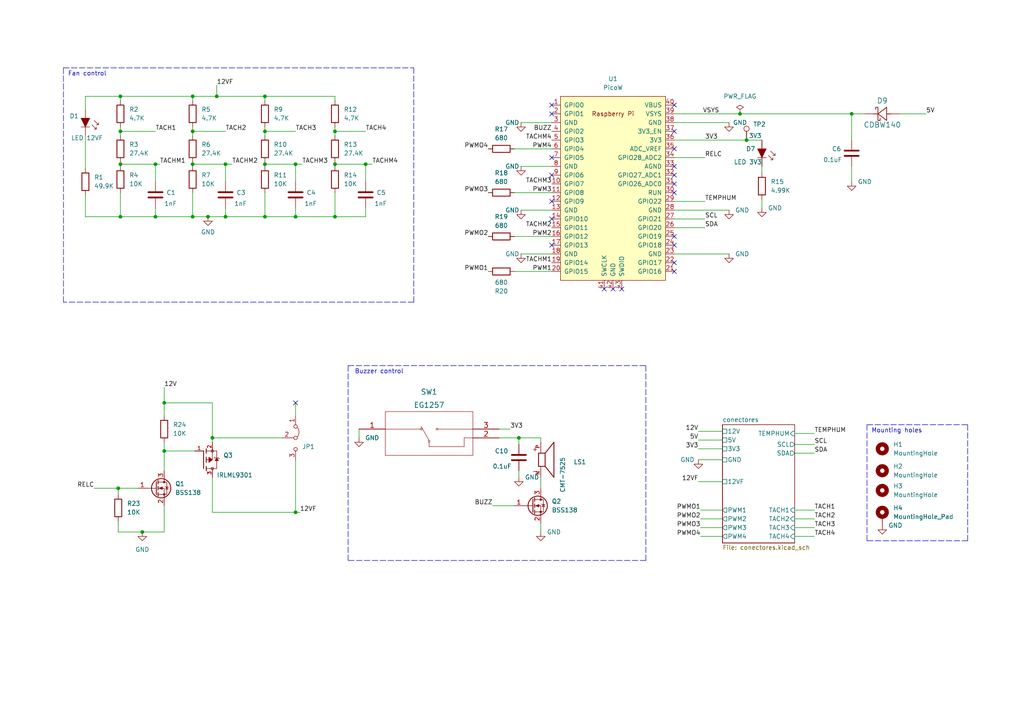
<source format=kicad_sch>
(kicad_sch (version 20211123) (generator eeschema)
  (paper "A4")
  (lib_symbols
    (symbol "CDBW140-G:CDBW140-G" (pin_numbers hide) (pin_names (offset 1.651) hide)
      (property "Reference" "U" (at 5.08 5.08 0))
      (property "Value" "CDBW140-G" (at 5.08 -7.62 0))
      (symbol "CDBW140-G_1_1"
        (polyline (pts (xy 3.175 1.905) (xy 3.175 1.27)) (stroke (width 0.2032)))
        (polyline (pts (xy 3.175 1.905) (xy 3.81 1.905)) (stroke (width 0.2032)))
        (polyline (pts (xy 3.81 0) (xy 2.54 0)) (stroke (width 0.2032)))
        (polyline (pts (xy 3.81 0) (xy 6.35 -1.905)) (stroke (width 0.2032)))
        (polyline (pts (xy 3.81 1.905) (xy 3.81 -1.905)) (stroke (width 0.2032)))
        (polyline (pts (xy 4.445 -1.905) (xy 3.81 -1.905)) (stroke (width 0.2032)))
        (polyline (pts (xy 4.445 -1.905) (xy 4.445 -1.27)) (stroke (width 0.2032)))
        (polyline (pts (xy 6.35 -1.905) (xy 6.35 1.905)) (stroke (width 0.2032)))
        (polyline (pts (xy 6.35 1.905) (xy 3.81 0)) (stroke (width 0.2032)))
        (polyline (pts (xy 6.985 0) (xy 6.35 0)) (stroke (width 0.2032)))
        (polyline (pts (xy 7.62 0) (xy 6.6802 0)) (stroke (width 0.2032)))
        (pin unspecified line (at 0 0 0) (length 2.54) (name "1") (number "1"))
        (pin unspecified line (at 10.16 0 180) (length 2.54) (name "2") (number "2"))
      )
    )
    (symbol "CMT-7525-80-SMT-TR:CMT-7525-80-SMT-TR" (pin_names (offset 1.016))
      (property "Reference" "LS" (at -3.81 8.89 0))
      (property "Value" "CMT-7525-80-SMT-TR" (at -3.81 -10.16 0))
      (symbol "CMT-7525-80-SMT-TR_0_0"
        (polyline (pts (xy -0.635 -1.905) (xy 0 -1.905)) (stroke (width 0.254)))
        (polyline (pts (xy -0.635 1.905) (xy -0.635 -1.905)) (stroke (width 0.254)))
        (polyline (pts (xy -0.635 1.905) (xy 0 1.905)) (stroke (width 0.254)))
        (polyline (pts (xy 0 -2.54) (xy 0 -1.905)) (stroke (width 0.1524)))
        (polyline (pts (xy 0 -1.905) (xy 1.27 -1.905)) (stroke (width 0.254)))
        (polyline (pts (xy 0 1.905) (xy 1.27 1.905)) (stroke (width 0.254)))
        (polyline (pts (xy 0 2.54) (xy 0 1.905)) (stroke (width 0.1524)))
        (polyline (pts (xy 1.27 -1.905) (xy 1.27 1.905)) (stroke (width 0.254)))
        (polyline (pts (xy 1.27 -1.905) (xy 3.81 -5.08)) (stroke (width 0.254)))
        (polyline (pts (xy 1.27 1.905) (xy 3.81 5.08)) (stroke (width 0.254)))
        (polyline (pts (xy 3.81 -5.08) (xy 3.81 5.08)) (stroke (width 0.254)))
        (text "+" (at -2.54 3.81 0) (effects (font (size 1.27 1.27)) (justify left top)))
        (text "-" (at -2.54 -2.54 0) (effects (font (size 1.27 1.27)) (justify left top)))
        (pin passive line (at 0 -5.08 90) (length 2.54) (name "~") (number "N"))
        (pin passive line (at 0 5.08 270) (length 2.54) (name "~") (number "P"))
      )
    )
    (symbol "Connector:TestPoint" (pin_numbers hide) (pin_names (offset 0.762) hide)
      (property "Reference" "TP" (at 0 6.858 0))
      (property "Value" "TestPoint" (at 0 5.08 0))
      (symbol "TestPoint_0_1"
        (circle (center 0 3.302) (radius 0.762))
      )
      (symbol "TestPoint_1_1"
        (pin passive line (at 0 0 90) (length 2.54) (name "1") (number "1"))
      )
    )
    (symbol "Device:C" (pin_numbers hide) (pin_names (offset 0.254))
      (property "Reference" "C" (at 0.635 2.54 0))
      (property "Value" "C" (at 0.635 -2.54 0))
      (symbol "C_0_1"
        (polyline (pts (xy -2.032 -0.762) (xy 2.032 -0.762)) (stroke (width 0.508)))
        (polyline (pts (xy -2.032 0.762) (xy 2.032 0.762)) (stroke (width 0.508)))
      )
      (symbol "C_1_1"
        (pin passive line (at 0 3.81 270) (length 2.794) (name "~") (number "1"))
        (pin passive line (at 0 -3.81 90) (length 2.794) (name "~") (number "2"))
      )
    )
    (symbol "Device:R" (pin_numbers hide) (pin_names (offset 0))
      (property "Reference" "R" (at 2.032 0 90))
      (property "Value" "R" (at 0 0 90))
      (symbol "R_0_1"
        (rectangle (start -1.016 -2.54) (end 1.016 2.54) (stroke (width 0.254)))
      )
      (symbol "R_1_1"
        (pin passive line (at 0 3.81 270) (length 1.27) (name "~") (number "1"))
        (pin passive line (at 0 -3.81 90) (length 1.27) (name "~") (number "2"))
      )
    )
    (symbol "EG1257:EG1257" (pin_names (offset 0.254) hide)
      (property "Reference" "SW" (at 20.32 10.16 0))
      (property "Value" "EG1257" (at 20.32 7.62 0))
      (symbol "EG1257_1_1"
        (polyline (pts (xy 7.62 -7.62) (xy 33.02 -7.62)) (stroke (width 0.127)))
        (polyline (pts (xy 7.62 0) (xy 17.78 0)) (stroke (width 0.127)))
        (polyline (pts (xy 7.62 5.08) (xy 7.62 -7.62)) (stroke (width 0.127)))
        (polyline (pts (xy 20.32 -5.08) (xy 20.32 -3.81)) (stroke (width 0.127)))
        (polyline (pts (xy 20.32 -3.302) (xy 18.034 0.762)) (stroke (width 0.127)))
        (polyline (pts (xy 22.86 0) (xy 33.02 0)) (stroke (width 0.127)))
        (polyline (pts (xy 30.48 -5.08) (xy 20.32 -5.08)) (stroke (width 0.127)))
        (polyline (pts (xy 30.48 -2.54) (xy 30.48 -5.08)) (stroke (width 0.127)))
        (polyline (pts (xy 33.02 -7.62) (xy 33.02 5.08)) (stroke (width 0.127)))
        (polyline (pts (xy 33.02 -2.54) (xy 30.48 -2.54)) (stroke (width 0.127)))
        (polyline (pts (xy 33.02 5.08) (xy 7.62 5.08)) (stroke (width 0.127)))
        (circle (center 18.034 0) (radius 0.254) (stroke (width 0.127)))
        (arc (start 18.288 0) (mid 17.78 0) (end 18.288 0) (stroke (width 0.127)))
        (arc (start 20.32 -3.81) (mid 20.32 -3.302) (end 20.32 -3.81) (stroke (width 0.127)))
        (circle (center 20.32 -3.556) (radius 0.254) (stroke (width 0.127)))
        (circle (center 22.606 0) (radius 0.254) (stroke (width 0.127)))
        (arc (start 22.86 0) (mid 22.352 0) (end 22.86 0) (stroke (width 0.127)))
        (pin unspecified line (at 0 0 0) (length 7.62) (name "1") (number "1"))
        (pin unspecified line (at 40.64 -2.54 180) (length 7.62) (name "2") (number "2"))
        (pin unspecified line (at 40.64 0 180) (length 7.62) (name "3") (number "3"))
      )
    )
    (symbol "IRLML9301TRPBF:IRLML9301TRPBF" (pin_names (offset 1.016))
      (property "Reference" "Q" (at -8.89 3.81 0))
      (property "Value" "IRLML9301TRPBF" (at -8.89 -6.35 0))
      (symbol "IRLML9301TRPBF_0_0"
        (polyline (pts (xy 0 -2.54) (xy 0 2.54)) (stroke (width 0.254)))
        (polyline (pts (xy 0.762 -3.175) (xy 0.762 -2.54)) (stroke (width 0.254)))
        (polyline (pts (xy 0.762 -2.54) (xy 0.762 -1.905)) (stroke (width 0.254)))
        (polyline (pts (xy 0.762 -2.54) (xy 3.81 -2.54)) (stroke (width 0.1524)))
        (polyline (pts (xy 0.762 -0.762) (xy 0.762 0)) (stroke (width 0.254)))
        (polyline (pts (xy 0.762 0) (xy 0.762 0.762)) (stroke (width 0.254)))
        (polyline (pts (xy 0.762 0) (xy 2.54 0)) (stroke (width 0.1524)))
        (polyline (pts (xy 0.762 1.905) (xy 0.762 2.54)) (stroke (width 0.254)))
        (polyline (pts (xy 0.762 2.54) (xy 0.762 3.175)) (stroke (width 0.254)))
        (polyline (pts (xy 2.54 0) (xy 2.54 2.54)) (stroke (width 0.1524)))
        (polyline (pts (xy 2.54 2.54) (xy 0.762 2.54)) (stroke (width 0.1524)))
        (polyline (pts (xy 2.54 2.54) (xy 3.81 2.54)) (stroke (width 0.1524)))
        (polyline (pts (xy 3.048 0.762) (xy 3.302 0.508)) (stroke (width 0.1524)))
        (polyline (pts (xy 3.302 0.508) (xy 3.81 0.508)) (stroke (width 0.1524)))
        (polyline (pts (xy 3.81 -2.54) (xy 3.81 0.508)) (stroke (width 0.1524)))
        (polyline (pts (xy 3.81 0.508) (xy 3.81 2.54)) (stroke (width 0.1524)))
        (polyline (pts (xy 3.81 0.508) (xy 4.318 0.508)) (stroke (width 0.1524)))
        (polyline (pts (xy 4.318 0.508) (xy 4.572 0.254)) (stroke (width 0.1524)))
        (polyline (pts (xy 2.54 0) (xy 1.524 0.762) (xy 1.524 -0.762) (xy 2.54 0)) (stroke (width 0.1524)) (fill (type outline)))
        (polyline (pts (xy 3.81 0.508) (xy 4.318 -0.254) (xy 3.302 -0.254) (xy 3.81 0.508)) (stroke (width 0.1524)) (fill (type outline)))
        (circle (center 2.54 -2.54) (radius 0.3592))
        (circle (center 2.54 2.54) (radius 0.3592))
        (pin passive line (at -2.54 2.54 0) (length 2.54) (name "~") (number "1"))
        (pin passive line (at 2.54 5.08 270) (length 2.54) (name "~") (number "2"))
        (pin passive line (at 2.54 -5.08 90) (length 2.54) (name "~") (number "3"))
      )
    )
    (symbol "Jumper:Jumper_3_Bridged12" (pin_names (offset 0) hide)
      (property "Reference" "JP" (at -2.54 -2.54 0))
      (property "Value" "Jumper_3_Bridged12" (at 0 2.794 0))
      (symbol "Jumper_3_Bridged12_0_0"
        (circle (center -3.302 0) (radius 0.508))
        (circle (center 0 0) (radius 0.508))
        (circle (center 3.302 0) (radius 0.508))
      )
      (symbol "Jumper_3_Bridged12_0_1"
        (arc (start -0.254 0.508) (mid -1.651 0.9912) (end -3.048 0.508))
        (polyline (pts (xy 0 -1.27) (xy 0 -0.508)))
      )
      (symbol "Jumper_3_Bridged12_1_1"
        (pin passive line (at -6.35 0 0) (length 2.54) (name "A") (number "1"))
        (pin passive line (at 0 -3.81 90) (length 2.54) (name "C") (number "2"))
        (pin passive line (at 6.35 0 180) (length 2.54) (name "B") (number "3"))
      )
    )
    (symbol "LG_R971-KN-1_1" (pin_numbers hide) (pin_names (offset 0))
      (property "Reference" "D" (at -5.08 3.81 0))
      (property "Value" "LG_R971-KN-1_1" (at -1.27 -3.81 0))
      (symbol "LG_R971-KN-1_1_0_1"
        (polyline (pts (xy -0.635 3.81) (xy -1.905 2.54)))
        (polyline (pts (xy 0 1.27) (xy 0 -1.27)))
        (polyline (pts (xy 0.635 3.175) (xy -0.635 1.905)))
        (polyline (pts (xy -1.27 3.81) (xy -0.635 3.81) (xy -0.635 3.175)))
        (polyline (pts (xy 0 3.175) (xy 0.635 3.175) (xy 0.635 2.54)))
        (polyline (pts (xy -2.54 1.27) (xy -2.54 -1.27) (xy 0 0) (xy -2.54 1.27)) (fill (type outline)))
      )
      (symbol "LG_R971-KN-1_1_1_1"
        (pin passive line (at -5.08 0 0) (length 2.54) (name "~") (number "1"))
        (pin passive line (at 2.54 0 180) (length 2.54) (name "~") (number "2"))
      )
    )
    (symbol "Mechanical:MountingHole" (pin_names (offset 1.016))
      (property "Reference" "H" (at 0 5.08 0))
      (property "Value" "MountingHole" (at 0 3.175 0))
      (symbol "MountingHole_0_1"
        (circle (center 0 0) (radius 1.27) (stroke (width 1.27)))
      )
    )
    (symbol "Mechanical:MountingHole_Pad" (pin_numbers hide) (pin_names (offset 1.016) hide)
      (property "Reference" "H" (at 0 6.35 0))
      (property "Value" "MountingHole_Pad" (at 0 4.445 0))
      (symbol "MountingHole_Pad_0_1"
        (circle (center 0 1.27) (radius 1.27) (stroke (width 1.27)))
      )
      (symbol "MountingHole_Pad_1_1"
        (pin input line (at 0 -2.54 90) (length 2.54) (name "1") (number "1"))
      )
    )
    (symbol "RPi_Pico:PicoW" (pin_names (offset 1.016))
      (property "Reference" "U1" (at 0 31.75 0))
      (property "Value" "PicoW" (at 0 29.21 0))
      (symbol "PicoW_0_0"
        (text "Raspberry Pi" (at 0 21.59 0) (effects (font (size 1.27 1.27))))
      )
      (symbol "PicoW_0_1"
        (rectangle (start -15.24 26.67) (end 15.24 -26.67) (fill (type background)))
      )
      (symbol "PicoW_1_1"
        (pin bidirectional line (at -17.78 24.13 0) (length 2.54) (name "GPIO0") (number "1"))
        (pin bidirectional line (at -17.78 1.27 0) (length 2.54) (name "GPIO7") (number "10"))
        (pin bidirectional line (at -17.78 -1.27 0) (length 2.54) (name "GPIO8") (number "11"))
        (pin bidirectional line (at -17.78 -3.81 0) (length 2.54) (name "GPIO9") (number "12"))
        (pin power_in line (at -17.78 -6.35 0) (length 2.54) (name "GND") (number "13"))
        (pin bidirectional line (at -17.78 -8.89 0) (length 2.54) (name "GPIO10") (number "14"))
        (pin bidirectional line (at -17.78 -11.43 0) (length 2.54) (name "GPIO11") (number "15"))
        (pin bidirectional line (at -17.78 -13.97 0) (length 2.54) (name "GPIO12") (number "16"))
        (pin bidirectional line (at -17.78 -16.51 0) (length 2.54) (name "GPIO13") (number "17"))
        (pin power_in line (at -17.78 -19.05 0) (length 2.54) (name "GND") (number "18"))
        (pin bidirectional line (at -17.78 -21.59 0) (length 2.54) (name "GPIO14") (number "19"))
        (pin bidirectional line (at -17.78 21.59 0) (length 2.54) (name "GPIO1") (number "2"))
        (pin bidirectional line (at -17.78 -24.13 0) (length 2.54) (name "GPIO15") (number "20"))
        (pin bidirectional line (at 17.78 -24.13 180) (length 2.54) (name "GPIO16") (number "21"))
        (pin bidirectional line (at 17.78 -21.59 180) (length 2.54) (name "GPIO17") (number "22"))
        (pin power_in line (at 17.78 -19.05 180) (length 2.54) (name "GND") (number "23"))
        (pin bidirectional line (at 17.78 -16.51 180) (length 2.54) (name "GPIO18") (number "24"))
        (pin bidirectional line (at 17.78 -13.97 180) (length 2.54) (name "GPIO19") (number "25"))
        (pin bidirectional line (at 17.78 -11.43 180) (length 2.54) (name "GPIO20") (number "26"))
        (pin bidirectional line (at 17.78 -8.89 180) (length 2.54) (name "GPIO21") (number "27"))
        (pin power_in line (at 17.78 -6.35 180) (length 2.54) (name "GND") (number "28"))
        (pin bidirectional line (at 17.78 -3.81 180) (length 2.54) (name "GPIO22") (number "29"))
        (pin power_in line (at -17.78 19.05 0) (length 2.54) (name "GND") (number "3"))
        (pin input line (at 17.78 -1.27 180) (length 2.54) (name "RUN") (number "30"))
        (pin bidirectional line (at 17.78 1.27 180) (length 2.54) (name "GPIO26_ADC0") (number "31"))
        (pin bidirectional line (at 17.78 3.81 180) (length 2.54) (name "GPIO27_ADC1") (number "32"))
        (pin power_in line (at 17.78 6.35 180) (length 2.54) (name "AGND") (number "33"))
        (pin bidirectional line (at 17.78 8.89 180) (length 2.54) (name "GPIO28_ADC2") (number "34"))
        (pin unspecified line (at 17.78 11.43 180) (length 2.54) (name "ADC_VREF") (number "35"))
        (pin power_out line (at 17.78 13.97 180) (length 2.54) (name "3V3") (number "36"))
        (pin input line (at 17.78 16.51 180) (length 2.54) (name "3V3_EN") (number "37"))
        (pin power_in line (at 17.78 19.05 180) (length 2.54) (name "GND") (number "38"))
        (pin power_in line (at 17.78 21.59 180) (length 2.54) (name "VSYS") (number "39"))
        (pin bidirectional line (at -17.78 16.51 0) (length 2.54) (name "GPIO2") (number "4"))
        (pin unspecified line (at 17.78 24.13 180) (length 2.54) (name "VBUS") (number "40"))
        (pin input line (at -2.54 -29.21 90) (length 2.54) (name "SWCLK") (number "41"))
        (pin power_in line (at 0 -29.21 90) (length 2.54) (name "GND") (number "42"))
        (pin bidirectional line (at 2.54 -29.21 90) (length 2.54) (name "SWDIO") (number "43"))
        (pin bidirectional line (at -17.78 13.97 0) (length 2.54) (name "GPIO3") (number "5"))
        (pin bidirectional line (at -17.78 11.43 0) (length 2.54) (name "GPIO4") (number "6"))
        (pin bidirectional line (at -17.78 8.89 0) (length 2.54) (name "GPIO5") (number "7"))
        (pin power_in line (at -17.78 6.35 0) (length 2.54) (name "GND") (number "8"))
        (pin bidirectional line (at -17.78 3.81 0) (length 2.54) (name "GPIO6") (number "9"))
      )
    )
    (symbol "Transistor_FET:BSS138" (pin_names hide)
      (property "Reference" "Q" (at 5.08 1.905 0))
      (property "Value" "BSS138" (at 5.08 0 0))
      (symbol "BSS138_0_1"
        (polyline (pts (xy 0.254 0) (xy -2.54 0)))
        (polyline (pts (xy 0.254 1.905) (xy 0.254 -1.905)) (stroke (width 0.254)))
        (polyline (pts (xy 0.762 -1.27) (xy 0.762 -2.286)) (stroke (width 0.254)))
        (polyline (pts (xy 0.762 0.508) (xy 0.762 -0.508)) (stroke (width 0.254)))
        (polyline (pts (xy 0.762 2.286) (xy 0.762 1.27)) (stroke (width 0.254)))
        (polyline (pts (xy 2.54 2.54) (xy 2.54 1.778)))
        (polyline (pts (xy 2.54 -2.54) (xy 2.54 0) (xy 0.762 0)))
        (polyline (pts (xy 0.762 -1.778) (xy 3.302 -1.778) (xy 3.302 1.778) (xy 0.762 1.778)))
        (polyline (pts (xy 1.016 0) (xy 2.032 0.381) (xy 2.032 -0.381) (xy 1.016 0)) (fill (type outline)))
        (polyline (pts (xy 2.794 0.508) (xy 2.921 0.381) (xy 3.683 0.381) (xy 3.81 0.254)))
        (polyline (pts (xy 3.302 0.381) (xy 2.921 -0.254) (xy 3.683 -0.254) (xy 3.302 0.381)))
        (circle (center 1.651 0) (radius 2.794) (stroke (width 0.254)))
        (circle (center 2.54 -1.778) (radius 0.254) (fill (type outline)))
        (circle (center 2.54 1.778) (radius 0.254) (fill (type outline)))
      )
      (symbol "BSS138_1_1"
        (pin input line (at -5.08 0 0) (length 2.54) (name "G") (number "1"))
        (pin passive line (at 2.54 -5.08 90) (length 2.54) (name "S") (number "2"))
        (pin passive line (at 2.54 5.08 270) (length 2.54) (name "D") (number "3"))
      )
    )
    (symbol "dk_LED-Indication-Discrete:LG_R971-KN-1" (pin_numbers hide) (pin_names (offset 0))
      (property "Reference" "D" (at -5.08 3.81 0))
      (property "Value" "LG_R971-KN-1" (at -1.27 -3.81 0))
      (symbol "LG_R971-KN-1_0_1"
        (polyline (pts (xy -0.635 3.81) (xy -1.905 2.54)))
        (polyline (pts (xy 0 1.27) (xy 0 -1.27)))
        (polyline (pts (xy 0.635 3.175) (xy -0.635 1.905)))
        (polyline (pts (xy -1.27 3.81) (xy -0.635 3.81) (xy -0.635 3.175)))
        (polyline (pts (xy 0 3.175) (xy 0.635 3.175) (xy 0.635 2.54)))
        (polyline (pts (xy -2.54 1.27) (xy -2.54 -1.27) (xy 0 0) (xy -2.54 1.27)) (fill (type outline)))
      )
      (symbol "LG_R971-KN-1_1_1"
        (pin passive line (at -5.08 0 0) (length 2.54) (name "~") (number "1"))
        (pin passive line (at 2.54 0 180) (length 2.54) (name "~") (number "2"))
      )
    )
    (symbol "power:GND" (power) (pin_names (offset 0))
      (property "Value" "GND" (at 0 -3.81 0))
      (symbol "GND_0_1"
        (polyline (pts (xy 0 0) (xy 0 -1.27) (xy 1.27 -1.27) (xy 0 -2.54) (xy -1.27 -1.27) (xy 0 -1.27)))
      )
      (symbol "GND_1_1"
        (pin power_in line (at 0 0 270) (length 0) hide (name "GND") (number "1"))
      )
    )
    (symbol "power:PWR_FLAG" (power) (pin_numbers hide) (pin_names (offset 0) hide)
      (property "Value" "PWR_FLAG" (at 0 3.81 0))
      (symbol "PWR_FLAG_0_0"
        (pin power_out line (at 0 0 90) (length 0) (name "pwr") (number "1"))
      )
      (symbol "PWR_FLAG_0_1"
        (polyline (pts (xy 0 0) (xy 0 1.27) (xy -1.016 1.905) (xy 0 2.54) (xy 1.016 1.905) (xy 0 1.27)))
      )
    )
  )
  (junction (at 41.275 154.305))
  (junction (at 61.595 127))
  (junction (at 97.155 62.865))
  (junction (at 247.015 33.02))
  (junction (at 47.625 116.84))
  (junction (at 45.085 62.865))
  (junction (at 34.29 141.605))
  (junction (at 62.865 27.94))
  (junction (at 34.925 27.94))
  (junction (at 55.88 38.1))
  (junction (at 85.725 148.59))
  (junction (at 34.925 38.1))
  (junction (at 55.88 27.94))
  (junction (at 214.63 33.02))
  (junction (at 76.835 62.865))
  (junction (at 34.925 47.625))
  (junction (at 60.325 62.865))
  (junction (at 65.405 47.625))
  (junction (at 76.835 27.94))
  (junction (at 106.045 47.625))
  (junction (at 65.405 62.865))
  (junction (at 76.835 38.1))
  (junction (at 34.925 62.865))
  (junction (at 150.495 127))
  (junction (at 55.88 62.865))
  (junction (at 45.085 47.625))
  (junction (at 47.625 130.81))
  (junction (at 85.725 47.625))
  (junction (at 76.835 47.625))
  (junction (at 97.155 47.625))
  (junction (at 55.88 47.625))
  (junction (at 97.155 38.1))
  (junction (at 85.725 62.865))
  (junction (at 216.535 40.64))
  (no_connect (at 195.58 68.58))
  (no_connect (at 195.58 71.12))
  (no_connect (at 195.58 76.2))
  (no_connect (at 195.58 78.74))
  (no_connect (at 195.58 55.88))
  (no_connect (at 195.58 53.34))
  (no_connect (at 195.58 50.8))
  (no_connect (at 195.58 48.26))
  (no_connect (at 195.58 38.1))
  (no_connect (at 195.58 30.48))
  (no_connect (at 195.58 43.18))
  (no_connect (at 180.34 83.82))
  (no_connect (at 175.26 83.82))
  (no_connect (at 177.8 83.82))
  (no_connect (at 85.725 116.84))
  (no_connect (at 160.02 63.5))
  (no_connect (at 160.02 58.42))
  (no_connect (at 160.02 45.72))
  (no_connect (at 160.02 50.8))
  (no_connect (at 160.02 71.12))
  (no_connect (at 160.02 30.48))
  (no_connect (at 160.02 33.02))
  (polyline (pts (xy 280.67 156.845) (xy 251.46 156.845)))
  (wire (pts (xy 204.47 58.42) (xy 195.58 58.42)))
  (wire (pts (xy 151.13 35.56) (xy 160.02 35.56)))
  (polyline (pts (xy 18.415 19.685) (xy 120.015 19.685)))
  (polyline (pts (xy 100.965 106.045) (xy 187.325 106.045)))
  (wire (pts (xy 220.98 48.26) (xy 220.98 50.165)))
  (wire (pts (xy 45.085 62.865) (xy 55.88 62.865)))
  (wire (pts (xy 195.58 45.72) (xy 204.47 45.72)))
  (wire (pts (xy 34.29 154.305) (xy 41.275 154.305)))
  (wire (pts (xy 149.225 68.58) (xy 160.02 68.58)))
  (wire (pts (xy 24.765 39.37) (xy 24.765 48.895)))
  (wire (pts (xy 34.925 62.865) (xy 45.085 62.865)))
  (polyline (pts (xy 187.325 162.56) (xy 100.965 162.56)))
  (wire (pts (xy 230.505 153.035) (xy 236.22 153.035)))
  (wire (pts (xy 55.88 62.865) (xy 60.325 62.865)))
  (wire (pts (xy 230.505 131.445) (xy 236.22 131.445)))
  (wire (pts (xy 149.225 78.74) (xy 160.02 78.74)))
  (wire (pts (xy 47.625 130.81) (xy 47.625 136.525)))
  (wire (pts (xy 34.925 27.94) (xy 34.925 29.21)))
  (wire (pts (xy 34.925 47.625) (xy 34.925 48.26)))
  (wire (pts (xy 97.155 27.94) (xy 76.835 27.94)))
  (wire (pts (xy 151.13 73.66) (xy 160.02 73.66)))
  (wire (pts (xy 85.725 116.84) (xy 85.725 120.65)))
  (wire (pts (xy 65.405 62.865) (xy 76.835 62.865)))
  (wire (pts (xy 203.2 155.575) (xy 209.55 155.575)))
  (wire (pts (xy 230.505 147.955) (xy 236.22 147.955)))
  (wire (pts (xy 55.88 27.94) (xy 55.88 29.21)))
  (wire (pts (xy 55.88 47.625) (xy 55.88 48.26)))
  (wire (pts (xy 97.155 38.1) (xy 106.045 38.1)))
  (wire (pts (xy 55.88 27.94) (xy 62.865 27.94)))
  (wire (pts (xy 230.505 125.73) (xy 236.22 125.73)))
  (wire (pts (xy 47.625 112.395) (xy 47.625 116.84)))
  (wire (pts (xy 27.305 141.605) (xy 34.29 141.605)))
  (wire (pts (xy 202.565 125.095) (xy 209.55 125.095)))
  (wire (pts (xy 202.565 127.635) (xy 209.55 127.635)))
  (wire (pts (xy 76.835 47.625) (xy 85.725 47.625)))
  (wire (pts (xy 34.29 141.605) (xy 40.005 141.605)))
  (wire (pts (xy 55.88 55.88) (xy 55.88 62.865)))
  (wire (pts (xy 24.765 31.75) (xy 24.765 27.94)))
  (wire (pts (xy 61.595 127) (xy 81.915 127)))
  (wire (pts (xy 230.505 128.905) (xy 236.22 128.905)))
  (wire (pts (xy 211.455 35.56) (xy 195.58 35.56)))
  (wire (pts (xy 34.925 38.1) (xy 45.085 38.1)))
  (wire (pts (xy 260.985 33.02) (xy 268.605 33.02)))
  (wire (pts (xy 150.495 127) (xy 150.495 128.905)))
  (wire (pts (xy 97.155 62.865) (xy 106.045 62.865)))
  (wire (pts (xy 55.88 38.1) (xy 55.88 39.37)))
  (wire (pts (xy 195.58 33.02) (xy 214.63 33.02)))
  (polyline (pts (xy 18.415 19.685) (xy 18.415 87.63)))
  (wire (pts (xy 45.085 47.625) (xy 45.085 52.705)))
  (wire (pts (xy 61.595 138.43) (xy 61.595 148.59)))
  (wire (pts (xy 104.14 124.46) (xy 104.14 127)))
  (wire (pts (xy 34.29 151.13) (xy 34.29 154.305)))
  (wire (pts (xy 34.29 141.605) (xy 34.29 143.51)))
  (wire (pts (xy 62.865 24.765) (xy 62.865 27.94)))
  (wire (pts (xy 97.155 38.1) (xy 97.155 39.37)))
  (wire (pts (xy 106.045 47.625) (xy 107.95 47.625)))
  (wire (pts (xy 76.835 55.88) (xy 76.835 62.865)))
  (wire (pts (xy 106.045 47.625) (xy 106.045 52.705)))
  (polyline (pts (xy 251.46 123.19) (xy 251.46 156.845)))
  (wire (pts (xy 250.825 33.02) (xy 247.015 33.02)))
  (wire (pts (xy 47.625 128.27) (xy 47.625 130.81)))
  (polyline (pts (xy 251.46 123.19) (xy 280.67 123.19)))
  (wire (pts (xy 65.405 60.325) (xy 65.405 62.865)))
  (wire (pts (xy 147.955 124.46) (xy 144.78 124.46)))
  (wire (pts (xy 203.2 147.955) (xy 209.55 147.955)))
  (wire (pts (xy 24.765 56.515) (xy 24.765 62.865)))
  (wire (pts (xy 62.865 27.94) (xy 76.835 27.94)))
  (wire (pts (xy 247.015 33.02) (xy 247.015 40.64)))
  (wire (pts (xy 247.015 48.26) (xy 247.015 52.705)))
  (wire (pts (xy 55.88 36.83) (xy 55.88 38.1)))
  (wire (pts (xy 97.155 47.625) (xy 97.155 48.26)))
  (wire (pts (xy 24.765 27.94) (xy 34.925 27.94)))
  (wire (pts (xy 216.535 40.64) (xy 220.98 40.64)))
  (wire (pts (xy 195.58 40.64) (xy 216.535 40.64)))
  (wire (pts (xy 61.595 127) (xy 61.595 128.27)))
  (wire (pts (xy 34.925 38.1) (xy 34.925 39.37)))
  (polyline (pts (xy 187.325 106.045) (xy 187.325 162.56)))
  (wire (pts (xy 47.625 116.84) (xy 61.595 116.84)))
  (wire (pts (xy 106.045 60.325) (xy 106.045 62.865)))
  (wire (pts (xy 41.275 154.305) (xy 47.625 154.305)))
  (wire (pts (xy 230.505 150.495) (xy 236.22 150.495)))
  (wire (pts (xy 142.875 146.685) (xy 149.225 146.685)))
  (wire (pts (xy 214.63 33.02) (xy 247.015 33.02)))
  (wire (pts (xy 76.835 46.99) (xy 76.835 47.625)))
  (wire (pts (xy 156.845 138.43) (xy 156.845 141.605)))
  (wire (pts (xy 47.625 146.685) (xy 47.625 154.305)))
  (polyline (pts (xy 120.015 87.63) (xy 18.415 87.63)))
  (wire (pts (xy 61.595 116.84) (xy 61.595 127)))
  (wire (pts (xy 150.495 127) (xy 144.78 127)))
  (wire (pts (xy 156.845 127) (xy 150.495 127)))
  (wire (pts (xy 97.155 29.21) (xy 97.155 27.94)))
  (wire (pts (xy 85.725 148.59) (xy 86.995 148.59)))
  (wire (pts (xy 45.085 60.325) (xy 45.085 62.865)))
  (wire (pts (xy 65.405 47.625) (xy 67.31 47.625)))
  (wire (pts (xy 34.925 46.99) (xy 34.925 47.625)))
  (wire (pts (xy 34.925 27.94) (xy 55.88 27.94)))
  (wire (pts (xy 97.155 36.83) (xy 97.155 38.1)))
  (wire (pts (xy 85.725 47.625) (xy 87.63 47.625)))
  (wire (pts (xy 76.835 62.865) (xy 85.725 62.865)))
  (wire (pts (xy 34.925 47.625) (xy 45.085 47.625)))
  (wire (pts (xy 203.2 150.495) (xy 209.55 150.495)))
  (wire (pts (xy 97.155 46.99) (xy 97.155 47.625)))
  (wire (pts (xy 211.455 73.66) (xy 195.58 73.66)))
  (wire (pts (xy 156.845 128.27) (xy 156.845 127)))
  (wire (pts (xy 47.625 130.81) (xy 56.515 130.81)))
  (wire (pts (xy 76.835 36.83) (xy 76.835 38.1)))
  (wire (pts (xy 76.835 38.1) (xy 85.725 38.1)))
  (wire (pts (xy 97.155 55.88) (xy 97.155 62.865)))
  (wire (pts (xy 45.085 47.625) (xy 46.355 47.625)))
  (wire (pts (xy 76.835 27.94) (xy 76.835 29.21)))
  (wire (pts (xy 149.225 55.88) (xy 160.02 55.88)))
  (wire (pts (xy 85.725 133.35) (xy 85.725 148.59)))
  (wire (pts (xy 55.88 46.99) (xy 55.88 47.625)))
  (wire (pts (xy 150.495 138.43) (xy 150.495 136.525)))
  (wire (pts (xy 204.47 66.04) (xy 195.58 66.04)))
  (wire (pts (xy 149.225 43.18) (xy 160.02 43.18)))
  (wire (pts (xy 202.565 133.35) (xy 209.55 133.35)))
  (polyline (pts (xy 100.965 106.045) (xy 100.965 162.56)))
  (wire (pts (xy 204.47 63.5) (xy 195.58 63.5)))
  (wire (pts (xy 202.565 130.175) (xy 209.55 130.175)))
  (wire (pts (xy 202.565 139.7) (xy 209.55 139.7)))
  (wire (pts (xy 76.835 38.1) (xy 76.835 39.37)))
  (wire (pts (xy 47.625 116.84) (xy 47.625 120.65)))
  (wire (pts (xy 97.155 47.625) (xy 106.045 47.625)))
  (wire (pts (xy 151.13 48.26) (xy 160.02 48.26)))
  (wire (pts (xy 151.13 60.96) (xy 160.02 60.96)))
  (wire (pts (xy 34.925 36.83) (xy 34.925 38.1)))
  (wire (pts (xy 34.925 55.88) (xy 34.925 62.865)))
  (wire (pts (xy 60.325 62.865) (xy 65.405 62.865)))
  (wire (pts (xy 65.405 47.625) (xy 65.405 52.705)))
  (polyline (pts (xy 280.67 123.19) (xy 280.67 156.845)))
  (wire (pts (xy 76.835 47.625) (xy 76.835 48.26)))
  (wire (pts (xy 220.98 57.785) (xy 220.98 60.325)))
  (wire (pts (xy 85.725 47.625) (xy 85.725 52.705)))
  (wire (pts (xy 61.595 148.59) (xy 85.725 148.59)))
  (wire (pts (xy 55.88 47.625) (xy 65.405 47.625)))
  (wire (pts (xy 85.725 60.325) (xy 85.725 62.865)))
  (wire (pts (xy 211.455 60.96) (xy 195.58 60.96)))
  (wire (pts (xy 203.2 153.035) (xy 209.55 153.035)))
  (polyline (pts (xy 120.015 19.685) (xy 120.015 87.63)))
  (wire (pts (xy 24.765 62.865) (xy 34.925 62.865)))
  (wire (pts (xy 156.845 151.765) (xy 156.845 154.305)))
  (wire (pts (xy 55.88 38.1) (xy 65.405 38.1)))
  (wire (pts (xy 85.725 62.865) (xy 97.155 62.865)))
  (wire (pts (xy 230.505 155.575) (xy 236.22 155.575)))
  (text "Mounting holes" (at 252.73 125.73 0) (effects (font (size 1.27 1.27)) (justify left bottom)))
  (text "Fan control" (at 19.685 22.225 0) (effects (font (size 1.27 1.27)) (justify left bottom)))
  (text "Buzzer control" (at 102.87 108.585 0) (effects (font (size 1.27 1.27)) (justify left bottom)))
  (label "3V3" (at 147.955 124.46 0))
  (label "12VF" (at 62.865 24.765 0))
  (label "TACHM2" (at 160.02 66.04 180))
  (label "PWM4" (at 160.02 43.18 180))
  (label "PWMO4" (at 203.2 155.575 180))
  (label "TACHM1" (at 46.355 47.625 0))
  (label "TACH1" (at 236.22 147.955 0))
  (label "BUZZ" (at 160.02 38.1 180))
  (label "PWM3" (at 160.02 55.88 180))
  (label "PWMO1" (at 203.2 147.955 180))
  (label "12VF" (at 202.565 139.7 180))
  (label "RELC" (at 204.47 45.72 0))
  (label "12V" (at 47.625 112.395 0))
  (label "5V" (at 202.565 127.635 180))
  (label "TEMPHUM" (at 204.47 58.42 0))
  (label "PWMO3" (at 203.2 153.035 180))
  (label "SDA" (at 236.22 131.445 0))
  (label "SDA" (at 204.47 66.04 0))
  (label "PWM2" (at 160.02 68.58 180))
  (label "12V" (at 202.565 125.095 180))
  (label "TACHM3" (at 160.02 53.34 180))
  (label "12VF" (at 86.995 148.59 0))
  (label "BUZZ" (at 142.875 146.685 180))
  (label "VSYS" (at 203.835 33.02 0))
  (label "TACH4" (at 236.22 155.575 0))
  (label "TACH1" (at 45.085 38.1 0))
  (label "TACHM2" (at 67.31 47.625 0))
  (label "TACHM1" (at 160.02 76.2 180))
  (label "PWMO3" (at 141.605 55.88 180))
  (label "PWMO2" (at 203.2 150.495 180))
  (label "PWMO1" (at 141.605 78.74 180))
  (label "PWM1" (at 160.02 78.74 180))
  (label "TACHM3" (at 87.63 47.625 0))
  (label "TACH2" (at 236.22 150.495 0))
  (label "TACH3" (at 236.22 153.035 0))
  (label "5V" (at 268.605 33.02 0))
  (label "TACHM4" (at 107.95 47.625 0))
  (label "TACHM4" (at 160.02 40.64 180))
  (label "SCL" (at 236.22 128.905 0))
  (label "3V3" (at 202.565 130.175 180))
  (label "TACH2" (at 65.405 38.1 0))
  (label "TACH3" (at 85.725 38.1 0))
  (label "SCL" (at 204.47 63.5 0))
  (label "TACH4" (at 106.045 38.1 0))
  (label "PWMO2" (at 141.605 68.58 180))
  (label "PWMO4" (at 141.605 43.18 180))
  (label "RELC" (at 27.305 141.605 180))
  (label "TEMPHUM" (at 236.22 125.73 0))
  (label "3V3" (at 204.47 40.64 0))
  (symbol (lib_name "LG_R971-KN-1_1") (lib_id "dk_LED-Indication-Discrete:LG_R971-KN-1") (at 220.98 45.72 270) (unit 1)
    (property "Reference" "D7" (at 219.075 43.18 90) (effects (justify right)))
    (property "Value" "LED 3V3" (at 220.98 46.99 90) (effects (justify right)))
    (property "Footprint" "digikey-footprints:0805" (effects hide))
    (property "Datasheet" "https://dammedia.osram.info/media/resource/hires/osram-dam-2493936/LG%20R971.pdf" (effects hide))
    (property "Digi-Key_PN" "475-1410-1-ND" (effects hide))
    (property "MPN" "LG R971-KN-1" (effects hide))
    (property "Category" "Optoelectronics" (effects hide))
    (property "Family" "LED Indication - Discrete" (effects hide))
    (property "DK_Datasheet_Link" "https://dammedia.osram.info/media/resource/hires/osram-dam-2493936/LG%20R971.pdf" (effects hide))
    (property "DK_Detail_Page" "/product-detail/en/osram-opto-semiconductors-inc/LG-R971-KN-1/475-1410-1-ND/1802598" (effects hide))
    (property "Description" "LED GREEN DIFFUSED 0805 SMD" (effects hide))
    (property "Manufacturer" "OSRAM Opto Semiconductors Inc." (effects hide))
    (property "Status" "Active" (effects hide))
  )
  (symbol (lib_id "power:GND") (at 151.13 73.66 0) (unit 1)
    (property "Reference" "#PWR0106" (effects hide))
    (property "Value" "GND" (at 148.59 73.66 0))
  )
  (symbol (lib_id "Device:R") (at 145.415 55.88 90) (unit 1)
    (property "Reference" "R18" (at 145.415 50.165 90))
    (property "Value" "680" (at 145.415 52.705 90))
    (property "Footprint" "Resistor_SMD:R_1206_3216Metric_Pad1.30x1.75mm_HandSolder" (effects hide))
  )
  (symbol (lib_id "IRLML9301TRPBF:IRLML9301TRPBF") (at 59.055 133.35 0) (unit 1)
    (property "Reference" "Q3" (at 64.77 132.0799 0) (effects (justify left)))
    (property "Value" "IRLML9301" (at 62.865 137.795 0) (effects (justify left)))
    (property "Footprint" "footprints descargados:IRLML9301TRPBF.SOT95P237X112-3N" (effects hide))
    (property "MF" "Infineon Technologies" (effects hide))
    (property "PACKAGE" "SOT-23 Infineon" (effects hide))
    (property "STANDARD" "IPC-7351B" (effects hide))
    (property "PRICE" "None" (effects hide))
    (property "AVAILABILITY" "Unavailable" (effects hide))
    (property "DESCRIPTION" "30V Single P-Channel HEXFET Power MOSFET" (effects hide))
    (property "MP" "IRLML9301TRPBF" (effects hide))
  )
  (symbol (lib_id "Device:C") (at 247.015 44.45 0) (unit 1)
    (property "Reference" "C6" (at 241.3 43.18 0) (effects (justify left)))
    (property "Value" "0.1uF" (at 238.76 46.355 0) (effects (justify left)))
    (property "Footprint" "Capacitor_SMD:C_1206_3216Metric_Pad1.33x1.80mm_HandSolder" (effects hide))
  )
  (symbol (lib_id "power:GND") (at 156.845 154.305 0) (unit 1)
    (property "Reference" "#PWR06" (effects hide))
    (property "Value" "GND" (at 160.655 154.305 0))
  )
  (symbol (lib_id "Device:R") (at 76.835 52.07 0) (unit 1)
    (property "Reference" "R11" (at 79.375 50.7999 0) (effects (justify left)))
    (property "Value" "10K" (at 79.375 53.3399 0) (effects (justify left)))
    (property "Footprint" "Resistor_SMD:R_1206_3216Metric_Pad1.30x1.75mm_HandSolder" (effects hide))
  )
  (symbol (lib_id "Device:R") (at 97.155 33.02 0) (unit 1)
    (property "Reference" "R12" (at 99.695 31.7499 0) (effects (justify left)))
    (property "Value" "4.7K" (at 99.695 34.2899 0) (effects (justify left)))
    (property "Footprint" "Resistor_SMD:R_1206_3216Metric_Pad1.30x1.75mm_HandSolder" (effects hide))
  )
  (symbol (lib_id "Device:R") (at 34.925 43.18 0) (unit 1)
    (property "Reference" "R3" (at 37.465 41.9099 0) (effects (justify left)))
    (property "Value" "27.4K" (at 37.465 44.4499 0) (effects (justify left)))
    (property "Footprint" "Resistor_SMD:R_1206_3216Metric_Pad1.30x1.75mm_HandSolder" (effects hide))
  )
  (symbol (lib_id "power:GND") (at 151.13 35.56 0) (unit 1)
    (property "Reference" "#PWR0104" (effects hide))
    (property "Value" "GND" (at 148.59 35.56 0))
  )
  (symbol (lib_id "Device:R") (at 145.415 78.74 270) (unit 1)
    (property "Reference" "R20" (at 145.415 84.455 90))
    (property "Value" "680" (at 145.415 81.915 90))
    (property "Footprint" "Resistor_SMD:R_1206_3216Metric_Pad1.30x1.75mm_HandSolder" (effects hide))
  )
  (symbol (lib_id "Transistor_FET:BSS138") (at 45.085 141.605 0) (unit 1)
    (property "Reference" "Q1" (at 50.8 140.3349 0) (effects (justify left)))
    (property "Value" "BSS138" (at 50.8 142.8749 0) (effects (justify left)))
    (property "Footprint" "Package_TO_SOT_SMD:SOT-23" (effects hide))
    (property "Datasheet" "https://www.onsemi.com/pub/Collateral/BSS138-D.PDF" (effects hide))
  )
  (symbol (lib_id "power:GND") (at 211.455 60.96 0) (unit 1)
    (property "Reference" "#PWR0108" (effects hide))
    (property "Value" "GND" (at 215.265 60.96 0))
  )
  (symbol (lib_id "Jumper:Jumper_3_Bridged12") (at 85.725 127 270) (unit 1)
    (property "Reference" "JP1" (at 87.63 129.54 90) (effects (justify left)))
    (property "Value" "Jumper_3_Bridged12" (effects hide))
    (property "Footprint" "Connector_PinHeader_2.54mm:PinHeader_1x03_P2.54mm_Vertical" (effects hide))
  )
  (symbol (lib_id "power:GND") (at 220.98 60.325 0) (unit 1)
    (property "Reference" "#PWR0112" (effects hide))
    (property "Value" "GND" (at 224.79 60.325 0))
  )
  (symbol (lib_id "CMT-7525-80-SMT-TR:CMT-7525-80-SMT-TR") (at 156.845 133.35 0) (unit 1)
    (property "Reference" "LS1" (at 166.37 133.985 0) (effects (justify left)))
    (property "Value" "CMT-7525" (at 163.195 142.875 90) (effects (justify left)))
    (property "Footprint" "footprints descargados:XDCR_CMT-7525-80-SMT-TR" (effects hide))
    (property "MANUFACTURER" "CUI Inc." (effects hide))
    (property "PARTREV" "N/A" (effects hide))
    (property "STANDARD" "Manufacturer Recommendations" (effects hide))
    (property "MAXIMUM_PACKAGE_HEIGHT" "2.50mm" (effects hide))
    (property "Componente" "CMT-7525-80-SMT-TR" (effects hide))
  )
  (symbol (lib_id "power:GND") (at 60.325 62.865 0) (unit 1)
    (property "Reference" "#PWR04" (effects hide))
    (property "Value" "GND" (at 60.325 67.31 0))
  )
  (symbol (lib_id "Device:R") (at 97.155 52.07 0) (unit 1)
    (property "Reference" "R14" (at 99.695 50.7999 0) (effects (justify left)))
    (property "Value" "10K" (at 99.695 53.3399 0) (effects (justify left)))
    (property "Footprint" "Resistor_SMD:R_1206_3216Metric_Pad1.30x1.75mm_HandSolder" (effects hide))
  )
  (symbol (lib_id "Device:R") (at 145.415 43.18 90) (unit 1)
    (property "Reference" "R17" (at 145.415 37.465 90))
    (property "Value" "680" (at 145.415 40.005 90))
    (property "Footprint" "Resistor_SMD:R_1206_3216Metric_Pad1.30x1.75mm_HandSolder" (effects hide))
  )
  (symbol (lib_id "Device:C") (at 45.085 56.515 0) (unit 1)
    (property "Reference" "C1" (at 48.26 55.88 0) (effects (justify left)))
    (property "Value" "1nF" (at 47.625 59.055 0) (effects (justify left)))
    (property "Footprint" "Capacitor_SMD:C_1206_3216Metric_Pad1.33x1.80mm_HandSolder" (effects hide))
  )
  (symbol (lib_id "power:GND") (at 247.015 52.705 0) (unit 1)
    (property "Reference" "#PWR02" (effects hide))
    (property "Value" "GND" (at 250.825 52.705 0))
  )
  (symbol (lib_id "Device:C") (at 85.725 56.515 0) (unit 1)
    (property "Reference" "C4" (at 88.9 55.88 0) (effects (justify left)))
    (property "Value" "1nF" (at 88.265 59.055 0) (effects (justify left)))
    (property "Footprint" "Capacitor_SMD:C_1206_3216Metric_Pad1.33x1.80mm_HandSolder" (effects hide))
  )
  (symbol (lib_id "EG1257:EG1257") (at 104.14 124.46 0) (unit 1)
    (property "Reference" "SW1" (at 124.46 113.665 0) (effects (font (size 1.524 1.524))))
    (property "Value" "EG1257" (at 124.46 117.475 0) (effects (font (size 1.524 1.524))))
    (property "Footprint" "footprints descargados:EG1257" (effects hide))
  )
  (symbol (lib_id "Device:R") (at 34.925 52.07 0) (unit 1)
    (property "Reference" "R4" (at 37.465 50.7999 0) (effects (justify left)))
    (property "Value" "10K" (at 37.465 53.3399 0) (effects (justify left)))
    (property "Footprint" "Resistor_SMD:R_1206_3216Metric_Pad1.30x1.75mm_HandSolder" (effects hide))
  )
  (symbol (lib_id "power:GND") (at 104.14 127 0) (unit 1)
    (property "Reference" "#PWR07" (effects hide))
    (property "Value" "GND" (at 107.95 127 0))
  )
  (symbol (lib_id "power:GND") (at 151.13 60.96 0) (unit 1)
    (property "Reference" "#PWR0105" (effects hide))
    (property "Value" "GND" (at 148.59 60.96 0))
  )
  (symbol (lib_id "Device:R") (at 24.765 52.705 0) (unit 1)
    (property "Reference" "R1" (at 27.305 51.4349 0) (effects (justify left)))
    (property "Value" "49.9K" (at 27.305 53.9749 0) (effects (justify left)))
    (property "Footprint" "Resistor_SMD:R_1206_3216Metric_Pad1.30x1.75mm_HandSolder" (effects hide))
  )
  (symbol (lib_id "Mechanical:MountingHole") (at 255.905 136.525 0) (unit 1)
    (property "Reference" "H2" (at 259.08 135.2549 0) (effects (justify left)))
    (property "Value" "MountingHole" (at 259.08 137.7949 0) (effects (justify left)))
    (property "Footprint" "MountingHole:MountingHole_3.2mm_M3" (effects hide))
  )
  (symbol (lib_id "Device:R") (at 76.835 33.02 0) (unit 1)
    (property "Reference" "R9" (at 79.375 31.7499 0) (effects (justify left)))
    (property "Value" "4.7K" (at 79.375 34.2899 0) (effects (justify left)))
    (property "Footprint" "Resistor_SMD:R_1206_3216Metric_Pad1.30x1.75mm_HandSolder" (effects hide))
  )
  (symbol (lib_id "Device:R") (at 47.625 124.46 0) (unit 1)
    (property "Reference" "R24" (at 50.165 123.1899 0) (effects (justify left)))
    (property "Value" "10K" (at 50.165 125.7299 0) (effects (justify left)))
    (property "Footprint" "Resistor_SMD:R_1206_3216Metric_Pad1.30x1.75mm_HandSolder" (effects hide))
  )
  (symbol (lib_id "Device:R") (at 76.835 43.18 0) (unit 1)
    (property "Reference" "R10" (at 79.375 41.9099 0) (effects (justify left)))
    (property "Value" "27.4K" (at 79.375 44.4499 0) (effects (justify left)))
    (property "Footprint" "Resistor_SMD:R_1206_3216Metric_Pad1.30x1.75mm_HandSolder" (effects hide))
  )
  (symbol (lib_id "Mechanical:MountingHole") (at 255.905 142.24 0) (unit 1)
    (property "Reference" "H3" (at 259.08 140.9699 0) (effects (justify left)))
    (property "Value" "MountingHole" (at 259.08 143.5099 0) (effects (justify left)))
    (property "Footprint" "MountingHole:MountingHole_3.2mm_M3" (effects hide))
  )
  (symbol (lib_id "Device:R") (at 97.155 43.18 0) (unit 1)
    (property "Reference" "R13" (at 99.695 41.9099 0) (effects (justify left)))
    (property "Value" "27.4K" (at 99.695 44.4499 0) (effects (justify left)))
    (property "Footprint" "Resistor_SMD:R_1206_3216Metric_Pad1.30x1.75mm_HandSolder" (effects hide))
  )
  (symbol (lib_id "power:GND") (at 41.275 154.305 0) (unit 1)
    (property "Reference" "#PWR010" (effects hide))
    (property "Value" "GND" (at 41.275 159.385 0))
  )
  (symbol (lib_id "power:GND") (at 151.13 48.26 0) (unit 1)
    (property "Reference" "#PWR0107" (effects hide))
    (property "Value" "GND" (at 148.59 48.26 0))
  )
  (symbol (lib_id "Device:C") (at 150.495 132.715 0) (unit 1)
    (property "Reference" "C10" (at 143.51 130.81 0) (effects (justify left)))
    (property "Value" "0.1uF" (at 142.875 135.255 0) (effects (justify left)))
    (property "Footprint" "Capacitor_SMD:C_1206_3216Metric_Pad1.33x1.80mm_HandSolder" (effects hide))
  )
  (symbol (lib_id "power:GND") (at 202.565 133.35 0) (unit 1)
    (property "Reference" "#PWR0103" (effects hide))
    (property "Value" "GND" (at 199.39 133.35 0))
  )
  (symbol (lib_id "Device:C") (at 65.405 56.515 0) (unit 1)
    (property "Reference" "C3" (at 68.58 55.88 0) (effects (justify left)))
    (property "Value" "1nF" (at 67.945 59.055 0) (effects (justify left)))
    (property "Footprint" "Capacitor_SMD:C_1206_3216Metric_Pad1.33x1.80mm_HandSolder" (effects hide))
  )
  (symbol (lib_id "Device:R") (at 220.98 53.975 0) (unit 1)
    (property "Reference" "R15" (at 223.52 52.7049 0) (effects (justify left)))
    (property "Value" "4.99K" (at 223.52 55.2449 0) (effects (justify left)))
    (property "Footprint" "Resistor_SMD:R_1206_3216Metric_Pad1.30x1.75mm_HandSolder" (effects hide))
  )
  (symbol (lib_id "Transistor_FET:BSS138") (at 154.305 146.685 0) (unit 1)
    (property "Reference" "Q2" (at 160.02 145.4149 0) (effects (justify left)))
    (property "Value" "BSS138" (at 160.02 147.9549 0) (effects (justify left)))
    (property "Footprint" "Package_TO_SOT_SMD:SOT-23" (effects hide))
    (property "Datasheet" "https://www.onsemi.com/pub/Collateral/BSS138-D.PDF" (effects hide))
  )
  (symbol (lib_id "Device:R") (at 55.88 52.07 0) (unit 1)
    (property "Reference" "R7" (at 58.42 50.7999 0) (effects (justify left)))
    (property "Value" "10K" (at 58.42 53.3399 0) (effects (justify left)))
    (property "Footprint" "Resistor_SMD:R_1206_3216Metric_Pad1.30x1.75mm_HandSolder" (effects hide))
  )
  (symbol (lib_id "power:GND") (at 255.905 152.4 0) (unit 1)
    (property "Reference" "#PWR03" (effects hide))
    (property "Value" "GND" (at 259.715 152.4 0))
  )
  (symbol (lib_id "Device:R") (at 145.415 68.58 90) (unit 1)
    (property "Reference" "R19" (at 145.415 62.865 90))
    (property "Value" "680" (at 145.415 65.405 90))
    (property "Footprint" "Resistor_SMD:R_1206_3216Metric_Pad1.30x1.75mm_HandSolder" (effects hide))
  )
  (symbol (lib_id "power:GND") (at 150.495 138.43 0) (unit 1)
    (property "Reference" "#PWR05" (effects hide))
    (property "Value" "GND" (at 154.305 138.43 0))
  )
  (symbol (lib_id "Mechanical:MountingHole_Pad") (at 255.905 149.86 0) (unit 1)
    (property "Reference" "H4" (at 259.08 147.3199 0) (effects (justify left)))
    (property "Value" "MountingHole_Pad" (at 259.08 149.8599 0) (effects (justify left)))
    (property "Footprint" "MountingHole:MountingHole_3.2mm_M3_Pad_Via" (effects hide))
  )
  (symbol (lib_id "Device:R") (at 55.88 33.02 0) (unit 1)
    (property "Reference" "R5" (at 58.42 31.7499 0) (effects (justify left)))
    (property "Value" "4.7K" (at 58.42 34.2899 0) (effects (justify left)))
    (property "Footprint" "Resistor_SMD:R_1206_3216Metric_Pad1.30x1.75mm_HandSolder" (effects hide))
  )
  (symbol (lib_id "Device:C") (at 106.045 56.515 0) (unit 1)
    (property "Reference" "C5" (at 109.22 55.88 0) (effects (justify left)))
    (property "Value" "1nF" (at 108.585 59.055 0) (effects (justify left)))
    (property "Footprint" "Capacitor_SMD:C_1206_3216Metric_Pad1.33x1.80mm_HandSolder" (effects hide))
  )
  (symbol (lib_id "Mechanical:MountingHole") (at 255.905 130.175 0) (unit 1)
    (property "Reference" "H1" (at 259.08 128.9049 0) (effects (justify left)))
    (property "Value" "MountingHole" (at 259.08 131.4449 0) (effects (justify left)))
    (property "Footprint" "MountingHole:MountingHole_3.2mm_M3" (effects hide))
  )
  (symbol (lib_id "Device:R") (at 55.88 43.18 0) (unit 1)
    (property "Reference" "R6" (at 58.42 41.9099 0) (effects (justify left)))
    (property "Value" "27.4K" (at 58.42 44.4499 0) (effects (justify left)))
    (property "Footprint" "Resistor_SMD:R_1206_3216Metric_Pad1.30x1.75mm_HandSolder" (effects hide))
  )
  (symbol (lib_id "Connector:TestPoint") (at 216.535 40.64 0) (unit 1)
    (property "Reference" "TP2" (at 218.44 36.0679 0) (effects (justify left)))
    (property "Value" "3V3" (at 217.17 39.37 0) (effects (justify left)))
    (property "Footprint" "TestPoint:TestPoint_Pad_D1.5mm" (effects hide))
  )
  (symbol (lib_id "dk_LED-Indication-Discrete:LG_R971-KN-1") (at 24.765 36.83 270) (unit 1)
    (property "Reference" "D1" (at 22.86 33.655 90) (effects (justify right)))
    (property "Value" "LED 12VF" (at 29.845 40.005 90) (effects (justify right)))
    (property "Footprint" "digikey-footprints:0805" (effects hide))
    (property "Datasheet" "https://dammedia.osram.info/media/resource/hires/osram-dam-2493936/LG%20R971.pdf" (effects hide))
    (property "Digi-Key_PN" "475-1410-1-ND" (effects hide))
    (property "MPN" "LG R971-KN-1" (effects hide))
    (property "Category" "Optoelectronics" (effects hide))
    (property "Family" "LED Indication - Discrete" (effects hide))
    (property "DK_Datasheet_Link" "https://dammedia.osram.info/media/resource/hires/osram-dam-2493936/LG%20R971.pdf" (effects hide))
    (property "DK_Detail_Page" "/product-detail/en/osram-opto-semiconductors-inc/LG-R971-KN-1/475-1410-1-ND/1802598" (effects hide))
    (property "Description" "LED GREEN DIFFUSED 0805 SMD" (effects hide))
    (property "Manufacturer" "OSRAM Opto Semiconductors Inc." (effects hide))
    (property "Status" "Active" (effects hide))
  )
  (symbol (lib_id "Device:R") (at 34.925 33.02 0) (unit 1)
    (property "Reference" "R2" (at 37.465 31.7499 0) (effects (justify left)))
    (property "Value" "4.7K" (at 37.465 34.2899 0) (effects (justify left)))
    (property "Footprint" "Resistor_SMD:R_1206_3216Metric_Pad1.30x1.75mm_HandSolder" (effects hide))
  )
  (symbol (lib_id "power:GND") (at 211.455 35.56 0) (unit 1)
    (property "Reference" "#PWR0111" (effects hide))
    (property "Value" "GND" (at 214.63 35.56 0))
  )
  (symbol (lib_id "power:PWR_FLAG") (at 214.63 33.02 0) (unit 1)
    (property "Reference" "#FLG0102" (effects hide))
    (property "Value" "PWR_FLAG" (at 214.63 27.94 0))
  )
  (symbol (lib_id "power:GND") (at 211.455 73.66 0) (unit 1)
    (property "Reference" "#PWR0109" (effects hide))
    (property "Value" "GND" (at 215.265 73.66 0))
  )
  (symbol (lib_id "Device:R") (at 34.29 147.32 0) (unit 1)
    (property "Reference" "R23" (at 36.83 146.0499 0) (effects (justify left)))
    (property "Value" "10K" (at 36.83 148.5899 0) (effects (justify left)))
    (property "Footprint" "Resistor_SMD:R_1206_3216Metric_Pad1.30x1.75mm_HandSolder" (effects hide))
  )
  (symbol (lib_id "RPi_Pico:PicoW") (at 177.8 54.61 0) (unit 1)
    (property "Reference" "U1" (at 177.8 22.86 0))
    (property "Value" "PicoW" (at 177.8 25.4 0))
    (property "Footprint" "RPi_Pico:RPi_PicoW_SMD_TH" (effects hide))
  )
  (symbol (lib_id "CDBW140-G:CDBW140-G") (at 250.825 33.02 0) (unit 1)
    (property "Reference" "D9" (at 255.905 29.21 0) (effects (font (size 1.524 1.524))))
    (property "Value" "CDBW140" (at 255.905 36.195 0) (effects (font (size 1.524 1.524))))
    (property "Footprint" "Diode_SMD:D_SOD-123F" (effects hide))
  )
  (sheet (at 209.55 123.19) (size 20.955 34.29) (stroke (width 0.1524))
    (property "Sheet name" "conectores" (at 209.55 122.4784 0) (effects (justify left bottom)))
    (property "Sheet file" "conectores.kicad_sch" (at 209.55 158.0646 0) (effects (justify left top)))
    (pin "12V" passive (at 209.55 125.095 180))
    (pin "GND" passive (at 209.55 133.35 180))
    (pin "PWM4" output (at 209.55 155.575 180))
    (pin "TACH4" input (at 230.505 155.575 0))
    (pin "TACH2" input (at 230.505 150.495 0))
    (pin "PWM2" output (at 209.55 150.495 180))
    (pin "PWM1" output (at 209.55 147.955 180))
    (pin "TACH1" input (at 230.505 147.955 0))
    (pin "TACH3" input (at 230.505 153.035 0))
    (pin "PWM3" output (at 209.55 153.035 180))
    (pin "SDA" output (at 230.505 131.445 0))
    (pin "SCL" output (at 230.505 128.905 0))
    (pin "3V3" passive (at 209.55 130.175 180))
    (pin "5V" passive (at 209.55 127.635 180))
    (pin "TEMPHUM" input (at 230.505 125.73 0))
    (pin "12VF" passive (at 209.55 139.7 180))
  )
)
</source>
